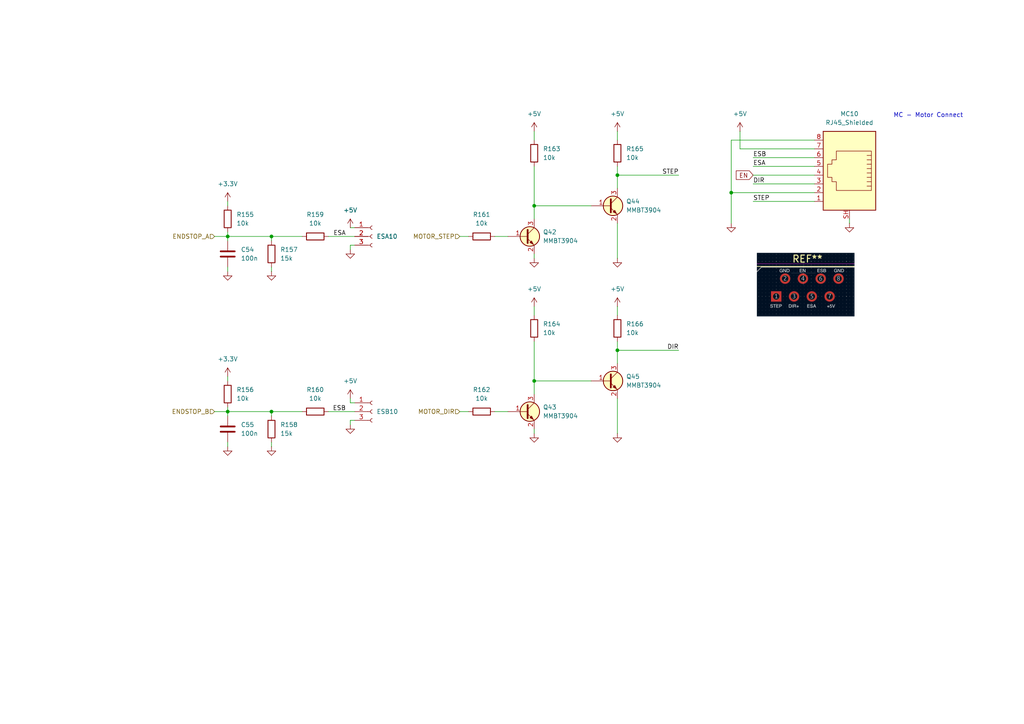
<source format=kicad_sch>
(kicad_sch (version 20250114) (generator "eeschema") (generator_version "9.0")
  (paper "A4")
  (title_block (title "OctopusNode") (comment 1 "Мотор") (comment 2 "Филимонов С.В.") (comment 3 "Семеренко Д.А."))
  (lib_symbols
    (symbol "Connector:Conn_01x03_Socket" (pin_names (offset 1.016) (hide yes))
      (property "Reference" "J" (at 0 5.08 0))
      (property "Value" "Conn_01x03_Socket" (at 0 -5.08 0))
      (symbol "Conn_01x03_Socket_1_1"
        (polyline (pts (xy -1.27 2.54) (xy -0.508 2.54)) (stroke (width 0.1524)))
        (polyline (pts (xy -1.27 0) (xy -0.508 0)) (stroke (width 0.1524)))
        (polyline (pts (xy -1.27 -2.54) (xy -0.508 -2.54)) (stroke (width 0.1524)))
        (arc (start 0 2.032) (mid -0.5058 2.54) (end 0 3.048) (stroke (width 0.1524)))
        (arc (start 0 -0.508) (mid -0.5058 0) (end 0 0.508) (stroke (width 0.1524)))
        (arc (start 0 -3.048) (mid -0.5058 -2.54) (end 0 -2.032) (stroke (width 0.1524)))
        (pin passive line (at -5.08 2.54 0) (length 3.81) (name "Pin_1") (number "1"))
        (pin passive line (at -5.08 0 0) (length 3.81) (name "Pin_2") (number "2"))
        (pin passive line (at -5.08 -2.54 0) (length 3.81) (name "Pin_3") (number "3"))
      )
    )
    (symbol "Connector:RJ45_Shielded" (pin_names (offset 1.016))
      (property "Reference" "J" (at -5.08 13.97 0))
      (property "Value" "RJ45_Shielded" (at 2.54 13.97 0))
      (symbol "RJ45_Shielded_0_1"
        (polyline (pts (xy -6.35 1.905) (xy -5.08 1.905) (xy -5.08 1.905)))
        (polyline (pts (xy -6.35 0.635) (xy -5.08 0.635) (xy -5.08 0.635)))
        (polyline (pts (xy -6.35 -0.635) (xy -5.08 -0.635) (xy -5.08 -0.635)))
        (polyline (pts (xy -6.35 -1.905) (xy -5.08 -1.905) (xy -5.08 -1.905)))
        (polyline (pts (xy -6.35 -3.175) (xy -5.08 -3.175) (xy -5.08 -3.175)))
        (polyline (pts (xy -6.35 -4.445) (xy -6.35 6.985) (xy 3.81 6.985) (xy 3.81 4.445) (xy 5.08 4.445) (xy 5.08 3.175) (xy 6.35 3.175) (xy 6.35 -0.635) (xy 5.08 -0.635) (xy 5.08 -1.905) (xy 3.81 -1.905) (xy 3.81 -4.445) (xy -6.35 -4.445) (xy -6.35 -4.445)))
        (polyline (pts (xy -5.08 5.715) (xy -6.35 5.715)))
        (polyline (pts (xy -5.08 4.445) (xy -6.35 4.445)))
        (polyline (pts (xy -5.08 3.175) (xy -6.35 3.175) (xy -6.35 3.175)))
        (rectangle (start 7.62 12.7) (end -7.62 -10.16) (stroke (width 0.254)) (fill (type background)))
      )
      (symbol "RJ45_Shielded_1_1"
        (pin passive line (at 0 -12.7 90) (length 2.54) (name "~") (number "SH"))
        (pin passive line (at 10.16 10.16 180) (length 2.54) (name "~") (number "8"))
        (pin passive line (at 10.16 7.62 180) (length 2.54) (name "~") (number "7"))
        (pin passive line (at 10.16 5.08 180) (length 2.54) (name "~") (number "6"))
        (pin passive line (at 10.16 2.54 180) (length 2.54) (name "~") (number "5"))
        (pin passive line (at 10.16 0 180) (length 2.54) (name "~") (number "4"))
        (pin passive line (at 10.16 -2.54 180) (length 2.54) (name "~") (number "3"))
        (pin passive line (at 10.16 -5.08 180) (length 2.54) (name "~") (number "2"))
        (pin passive line (at 10.16 -7.62 180) (length 2.54) (name "~") (number "1"))
      )
    )
    (symbol "Device:C" (pin_numbers (hide yes)) (pin_names (offset 0.254))
      (property "Reference" "C" (at 0.635 2.54 0))
      (property "Value" "C" (at 0.635 -2.54 0))
      (symbol "C_0_1"
        (polyline (pts (xy -2.032 0.762) (xy 2.032 0.762)) (stroke (width 0.508)))
        (polyline (pts (xy -2.032 -0.762) (xy 2.032 -0.762)) (stroke (width 0.508)))
      )
      (symbol "C_1_1"
        (pin passive line (at 0 3.81 270) (length 2.794) (name "~") (number "1"))
        (pin passive line (at 0 -3.81 90) (length 2.794) (name "~") (number "2"))
      )
    )
    (symbol "Device:R" (pin_numbers (hide yes)) (pin_names (offset 0))
      (property "Reference" "R" (at 2.032 0 90))
      (property "Value" "R" (at 0 0 90))
      (symbol "R_0_1"
        (rectangle (start -1.016 -2.54) (end 1.016 2.54) (stroke (width 0.254)))
      )
      (symbol "R_1_1"
        (pin passive line (at 0 3.81 270) (length 1.27) (name "~") (number "1"))
        (pin passive line (at 0 -3.81 90) (length 1.27) (name "~") (number "2"))
      )
    )
    (symbol "PCM_Transistor_BJT_AKL:MMBT3904" (pin_names (hide yes))
      (property "Reference" "Q" (at 5.08 1.27 0))
      (property "Value" "MMBT3904" (at 5.08 -1.27 0))
      (symbol "MMBT3904_0_1"
        (polyline (pts (xy 0.635 1.905) (xy 0.635 -1.905) (xy 0.635 -1.905)) (stroke (width 0.508)))
        (polyline (pts (xy 0.635 0.635) (xy 2.54 2.54)))
        (polyline (pts (xy 0.635 -0.635) (xy 2.54 -2.54) (xy 2.54 -2.54)))
        (circle (center 1.27 0) (radius 2.8194) (stroke (width 0.254)) (fill (type background)))
        (polyline (pts (xy 1.27 -1.778) (xy 1.778 -1.27) (xy 2.286 -2.286) (xy 1.27 -1.778) (xy 1.27 -1.778)) (fill (type outline)))
      )
      (symbol "MMBT3904_1_1"
        (pin input line (at -5.08 0 0) (length 5.715) (name "B") (number "1"))
        (pin passive line (at 2.54 5.08 270) (length 2.54) (name "C") (number "3"))
        (pin passive line (at 2.54 -5.08 90) (length 2.54) (name "E") (number "2"))
      )
    )
    (symbol "power:+3.3V" (power) (pin_numbers (hide yes)) (pin_names (offset 0) (hide yes))
      (property "Value" "+3.3V" (at 0 3.556 0))
      (symbol "+3.3V_0_1"
        (polyline (pts (xy -0.762 1.27) (xy 0 2.54)))
        (polyline (pts (xy 0 2.54) (xy 0.762 1.27)))
        (polyline (pts (xy 0 0) (xy 0 2.54)))
      )
      (symbol "+3.3V_1_1"
        (pin power_in line (at 0 0 90) (length 0) (name "~") (number "1"))
      )
    )
    (symbol "power:+5V" (power) (pin_numbers (hide yes)) (pin_names (offset 0) (hide yes))
      (property "Value" "+5V" (at 0 3.556 0))
      (symbol "+5V_0_1"
        (polyline (pts (xy -0.762 1.27) (xy 0 2.54)))
        (polyline (pts (xy 0 2.54) (xy 0.762 1.27)))
        (polyline (pts (xy 0 0) (xy 0 2.54)))
      )
      (symbol "+5V_1_1"
        (pin power_in line (at 0 0 90) (length 0) (name "~") (number "1"))
      )
    )
    (symbol "power:GND" (power) (pin_numbers (hide yes)) (pin_names (offset 0) (hide yes))
      (property "Value" "GND" (at 0 -3.81 0))
      (symbol "GND_0_1"
        (polyline (pts (xy 0 0) (xy 0 -1.27) (xy 1.27 -1.27) (xy 0 -2.54) (xy -1.27 -1.27) (xy 0 -1.27)))
      )
      (symbol "GND_1_1"
        (pin power_in line (at 0 0 270) (length 0) (name "~") (number "1"))
      )
    )
  )
  (text "MC - Motor Connect" (at 269.24 33.528 0) (effects (font (size 1.27 1.27))))
  (junction (at 179.07 101.6))
  (junction (at 78.74 68.58))
  (junction (at 66.04 119.38))
  (junction (at 66.04 68.58))
  (junction (at 179.07 50.8))
  (junction (at 154.94 59.69))
  (junction (at 78.74 119.38))
  (junction (at 212.09 55.88))
  (junction (at 154.94 110.49))
  (wire (pts (xy 66.04 67.31) (xy 66.04 68.58)))
  (wire (pts (xy 66.04 119.38) (xy 78.74 119.38)))
  (wire (pts (xy 66.04 58.42) (xy 66.04 59.69)))
  (wire (pts (xy 133.35 119.38) (xy 135.89 119.38)))
  (wire (pts (xy 66.04 128.27) (xy 66.04 129.54)))
  (wire (pts (xy 78.74 68.58) (xy 78.74 69.85)))
  (wire (pts (xy 246.38 63.5) (xy 246.38 64.77)))
  (wire (pts (xy 212.09 40.64) (xy 236.22 40.64)))
  (wire (pts (xy 154.94 59.69) (xy 154.94 63.5)))
  (wire (pts (xy 143.51 119.38) (xy 147.32 119.38)))
  (wire (pts (xy 154.94 38.1) (xy 154.94 40.64)))
  (wire (pts (xy 179.07 115.57) (xy 179.07 125.73)))
  (wire (pts (xy 78.74 77.47) (xy 78.74 78.74)))
  (wire (pts (xy 179.07 50.8) (xy 179.07 54.61)))
  (wire (pts (xy 66.04 109.22) (xy 66.04 110.49)))
  (wire (pts (xy 236.22 43.18) (xy 214.63 43.18)))
  (wire (pts (xy 154.94 73.66) (xy 154.94 74.93)))
  (wire (pts (xy 78.74 119.38) (xy 78.74 120.65)))
  (wire (pts (xy 154.94 48.26) (xy 154.94 59.69)))
  (wire (pts (xy 218.44 50.8) (xy 236.22 50.8)))
  (wire (pts (xy 154.94 110.49) (xy 154.94 114.3)))
  (wire (pts (xy 154.94 124.46) (xy 154.94 125.73)))
  (wire (pts (xy 101.6 121.92) (xy 102.87 121.92)))
  (wire (pts (xy 218.44 45.72) (xy 236.22 45.72)))
  (wire (pts (xy 179.07 38.1) (xy 179.07 40.64)))
  (wire (pts (xy 179.07 101.6) (xy 196.85 101.6)))
  (wire (pts (xy 101.6 116.84) (xy 102.87 116.84)))
  (wire (pts (xy 66.04 118.11) (xy 66.04 119.38)))
  (wire (pts (xy 179.07 48.26) (xy 179.07 50.8)))
  (wire (pts (xy 101.6 66.04) (xy 102.87 66.04)))
  (wire (pts (xy 78.74 119.38) (xy 87.63 119.38)))
  (wire (pts (xy 179.07 50.8) (xy 196.85 50.8)))
  (wire (pts (xy 95.25 119.38) (xy 102.87 119.38)))
  (wire (pts (xy 171.45 110.49) (xy 154.94 110.49)))
  (wire (pts (xy 214.63 43.18) (xy 214.63 38.1)))
  (wire (pts (xy 179.07 99.06) (xy 179.07 101.6)))
  (wire (pts (xy 66.04 77.47) (xy 66.04 78.74)))
  (wire (pts (xy 154.94 88.9) (xy 154.94 91.44)))
  (wire (pts (xy 66.04 68.58) (xy 66.04 69.85)))
  (wire (pts (xy 66.04 119.38) (xy 66.04 120.65)))
  (wire (pts (xy 179.07 64.77) (xy 179.07 74.93)))
  (wire (pts (xy 218.44 48.26) (xy 236.22 48.26)))
  (wire (pts (xy 78.74 68.58) (xy 87.63 68.58)))
  (wire (pts (xy 101.6 116.84) (xy 101.6 115.57)))
  (wire (pts (xy 62.23 119.38) (xy 66.04 119.38)))
  (wire (pts (xy 212.09 64.77) (xy 212.09 55.88)))
  (wire (pts (xy 78.74 128.27) (xy 78.74 129.54)))
  (wire (pts (xy 179.07 101.6) (xy 179.07 105.41)))
  (wire (pts (xy 154.94 99.06) (xy 154.94 110.49)))
  (wire (pts (xy 212.09 55.88) (xy 212.09 40.64)))
  (wire (pts (xy 66.04 68.58) (xy 78.74 68.58)))
  (wire (pts (xy 133.35 68.58) (xy 135.89 68.58)))
  (wire (pts (xy 143.51 68.58) (xy 147.32 68.58)))
  (wire (pts (xy 218.44 58.42) (xy 236.22 58.42)))
  (wire (pts (xy 179.07 88.9) (xy 179.07 91.44)))
  (wire (pts (xy 101.6 71.12) (xy 102.87 71.12)))
  (wire (pts (xy 101.6 123.19) (xy 101.6 121.92)))
  (wire (pts (xy 171.45 59.69) (xy 154.94 59.69)))
  (wire (pts (xy 62.23 68.58) (xy 66.04 68.58)))
  (wire (pts (xy 218.44 53.34) (xy 236.22 53.34)))
  (wire (pts (xy 212.09 55.88) (xy 236.22 55.88)))
  (wire (pts (xy 95.25 68.58) (xy 102.87 68.58)))
  (wire (pts (xy 101.6 72.39) (xy 101.6 71.12)))
  (image (at 233.68 82.55) (scale 0.248832))
  (label "DIR" (at 196.85 101.6 180))
  (label "ESA" (at 100.33 68.58 180))
  (label "ESB" (at 100.33 119.38 180))
  (label "DIR" (at 218.44 53.34 0))
  (label "ESA" (at 218.44 48.26 0))
  (label "STEP" (at 196.85 50.8 180))
  (label "STEP" (at 218.44 58.42 0))
  (label "ESB" (at 218.44 45.72 0))
  (global_label "EN" (shape input) (at 218.44 50.8 180) (property "Intersheetrefs" "${INTERSHEET_REFS}" (effects (hide yes))))
  (hierarchical_label "MOTOR_DIR" (shape input) (at 133.35 119.38 180))
  (hierarchical_label "ENDSTOP_B" (shape input) (at 62.23 119.38 180))
  (hierarchical_label "ENDSTOP_A" (shape input) (at 62.23 68.58 180))
  (hierarchical_label "MOTOR_STEP" (shape input) (at 133.35 68.58 180))
  (symbol (lib_id "PCM_Transistor_BJT_AKL:MMBT3904") (at 152.4 68.58 0) (unit 1)
    (property "Reference" "Q6" (at 157.48 67.3099 0) (effects (justify left)))
    (property "Value" "MMBT3904" (at 157.48 69.8499 0) (effects (justify left)))
    (property "Footprint" "PCM_4ms_Package_SOT:SOT-23" (effects (hide yes)))
    (property "Datasheet" "https://www.tme.eu/Document/12bff749841e3a356e683e9a8e7e4119/2N3904BU-DTE.pdf" (effects (hide yes)))
    (property "Description" "NPN SOT-23 transistor, 40V, 200mA, 350mW, Complementary to MMBT3906, Alternate KiCAD Library" (effects (hide yes)))
    (instances (project "MasterBoard" (path "" (reference "Q42") (unit 1)) (path "" (reference "Q18") (unit 1)) (path "" (reference "Q38") (unit 1)) (path "" (reference "Q34") (unit 1)) (path "" (reference "Q22") (unit 1)) (path "" (reference "Q10") (unit 1)) (path "" (reference "Q26") (unit 1)) (path "" (reference "Q14") (unit 1)) (path "" (reference "Q30") (unit 1)) (path "" (reference "Q6") (unit 1))))
  )
  (symbol (lib_id "power:+5V") (at 179.07 88.9 0) (unit 1)
    (property "Reference" "#PWR0120" (effects (hide yes)))
    (property "Value" "+5V" (at 179.07 83.82 0))
    (property "Description" "Power symbol creates a global label with name \"+5V\"" (effects (hide yes)))
    (instances (project "MasterBoard" (path "" (reference "#PWR0309") (unit 1)) (path "" (reference "#PWR0183") (unit 1)) (path "" (reference "#PWR0288") (unit 1)) (path "" (reference "#PWR0267") (unit 1)) (path "" (reference "#PWR0204") (unit 1)) (path "" (reference "#PWR0141") (unit 1)) (path "" (reference "#PWR0225") (unit 1)) (path "" (reference "#PWR0162") (unit 1)) (path "" (reference "#PWR0246") (unit 1)) (path "" (reference "#PWR0120") (unit 1))))
  )
  (symbol (lib_id "Device:R") (at 78.74 124.46 180) (unit 1)
    (property "Reference" "R50" (at 81.28 123.1899 0) (effects (justify right)))
    (property "Value" "15k" (at 81.28 125.7299 0) (effects (justify right)))
    (property "Footprint" "Resistor_SMD:R_0805_2012Metric" (effects (hide yes)))
    (property "Description" "Resistor" (effects (hide yes)))
    (instances (project "MasterBoard" (path "" (reference "R158") (unit 1)) (path "" (reference "R86") (unit 1)) (path "" (reference "R146") (unit 1)) (path "" (reference "R134") (unit 1)) (path "" (reference "R98") (unit 1)) (path "" (reference "R62") (unit 1)) (path "" (reference "R110") (unit 1)) (path "" (reference "R74") (unit 1)) (path "" (reference "R122") (unit 1)) (path "" (reference "R50") (unit 1))))
  )
  (symbol (lib_id "power:GND") (at 101.6 72.39 0) (unit 1)
    (property "Reference" "#PWR0111" (effects (hide yes)))
    (property "Value" "GND" (effects (hide yes)))
    (property "Description" "Power symbol creates a global label with name \"GND\" , ground" (effects (hide yes)))
    (instances (project "MasterBoard" (path "" (reference "#PWR0300") (unit 1)) (path "" (reference "#PWR0174") (unit 1)) (path "" (reference "#PWR0279") (unit 1)) (path "" (reference "#PWR0258") (unit 1)) (path "" (reference "#PWR0195") (unit 1)) (path "" (reference "#PWR0132") (unit 1)) (path "" (reference "#PWR0216") (unit 1)) (path "" (reference "#PWR0153") (unit 1)) (path "" (reference "#PWR0237") (unit 1)) (path "" (reference "#PWR0111") (unit 1))))
  )
  (symbol (lib_id "power:+3.3V") (at 66.04 58.42 0) (unit 1)
    (property "Reference" "#PWR0104" (effects (hide yes)))
    (property "Value" "+3.3V" (at 66.04 53.34 0))
    (property "Description" "Power symbol creates a global label with name \"+3.3V\"" (effects (hide yes)))
    (instances (project "MasterBoard" (path "" (reference "#PWR0293") (unit 1)) (path "" (reference "#PWR0167") (unit 1)) (path "" (reference "#PWR0272") (unit 1)) (path "" (reference "#PWR0251") (unit 1)) (path "" (reference "#PWR0188") (unit 1)) (path "" (reference "#PWR0125") (unit 1)) (path "" (reference "#PWR0209") (unit 1)) (path "" (reference "#PWR0146") (unit 1)) (path "" (reference "#PWR0230") (unit 1)) (path "" (reference "#PWR0104") (unit 1))))
  )
  (symbol (lib_id "power:+5V") (at 214.63 38.1 0) (unit 1)
    (property "Reference" "#PWR0123" (effects (hide yes)))
    (property "Value" "+5V" (at 214.63 33.02 0))
    (property "Description" "Power symbol creates a global label with name \"+5V\"" (effects (hide yes)))
    (instances (project "MasterBoard" (path "" (reference "#PWR0312") (unit 1)) (path "" (reference "#PWR0186") (unit 1)) (path "" (reference "#PWR0291") (unit 1)) (path "" (reference "#PWR0270") (unit 1)) (path "" (reference "#PWR0207") (unit 1)) (path "" (reference "#PWR0144") (unit 1)) (path "" (reference "#PWR0228") (unit 1)) (path "" (reference "#PWR0165") (unit 1)) (path "" (reference "#PWR0249") (unit 1)) (path "" (reference "#PWR0123") (unit 1))))
  )
  (symbol (lib_id "power:GND") (at 154.94 74.93 0) (unit 1)
    (property "Reference" "#PWR0115" (effects (hide yes)))
    (property "Value" "GND" (effects (hide yes)))
    (property "Description" "Power symbol creates a global label with name \"GND\" , ground" (effects (hide yes)))
    (instances (project "MasterBoard" (path "" (reference "#PWR0304") (unit 1)) (path "" (reference "#PWR0178") (unit 1)) (path "" (reference "#PWR0283") (unit 1)) (path "" (reference "#PWR0262") (unit 1)) (path "" (reference "#PWR0199") (unit 1)) (path "" (reference "#PWR0136") (unit 1)) (path "" (reference "#PWR0220") (unit 1)) (path "" (reference "#PWR0157") (unit 1)) (path "" (reference "#PWR0241") (unit 1)) (path "" (reference "#PWR0115") (unit 1))))
  )
  (symbol (lib_id "power:+5V") (at 154.94 38.1 0) (unit 1)
    (property "Reference" "#PWR0114" (effects (hide yes)))
    (property "Value" "+5V" (at 154.94 33.02 0))
    (property "Description" "Power symbol creates a global label with name \"+5V\"" (effects (hide yes)))
    (instances (project "MasterBoard" (path "" (reference "#PWR0303") (unit 1)) (path "" (reference "#PWR0177") (unit 1)) (path "" (reference "#PWR0282") (unit 1)) (path "" (reference "#PWR0261") (unit 1)) (path "" (reference "#PWR0198") (unit 1)) (path "" (reference "#PWR0135") (unit 1)) (path "" (reference "#PWR0219") (unit 1)) (path "" (reference "#PWR0156") (unit 1)) (path "" (reference "#PWR0240") (unit 1)) (path "" (reference "#PWR0114") (unit 1))))
  )
  (symbol (lib_id "Device:R") (at 66.04 114.3 180) (unit 1)
    (property "Reference" "R48" (at 68.58 113.0299 0) (effects (justify right)))
    (property "Value" "10k" (at 68.58 115.5699 0) (effects (justify right)))
    (property "Footprint" "Resistor_SMD:R_0805_2012Metric" (effects (hide yes)))
    (property "Description" "Resistor" (effects (hide yes)))
    (instances (project "MasterBoard" (path "" (reference "R156") (unit 1)) (path "" (reference "R84") (unit 1)) (path "" (reference "R144") (unit 1)) (path "" (reference "R132") (unit 1)) (path "" (reference "R96") (unit 1)) (path "" (reference "R60") (unit 1)) (path "" (reference "R108") (unit 1)) (path "" (reference "R72") (unit 1)) (path "" (reference "R120") (unit 1)) (path "" (reference "R48") (unit 1))))
  )
  (symbol (lib_id "Device:R") (at 179.07 44.45 180) (unit 1)
    (property "Reference" "R57" (at 181.61 43.1799 0) (effects (justify right)))
    (property "Value" "10k" (at 181.61 45.7199 0) (effects (justify right)))
    (property "Footprint" "Resistor_SMD:R_0805_2012Metric" (effects (hide yes)))
    (property "Description" "Resistor" (effects (hide yes)))
    (instances (project "MasterBoard" (path "" (reference "R165") (unit 1)) (path "" (reference "R93") (unit 1)) (path "" (reference "R153") (unit 1)) (path "" (reference "R141") (unit 1)) (path "" (reference "R105") (unit 1)) (path "" (reference "R69") (unit 1)) (path "" (reference "R117") (unit 1)) (path "" (reference "R81") (unit 1)) (path "" (reference "R129") (unit 1)) (path "" (reference "R57") (unit 1))))
  )
  (symbol (lib_id "Device:R") (at 78.74 73.66 180) (unit 1)
    (property "Reference" "R49" (at 81.28 72.3899 0) (effects (justify right)))
    (property "Value" "15k" (at 81.28 74.9299 0) (effects (justify right)))
    (property "Footprint" "Resistor_SMD:R_0805_2012Metric" (effects (hide yes)))
    (property "Description" "Resistor" (effects (hide yes)))
    (instances (project "MasterBoard" (path "" (reference "R157") (unit 1)) (path "" (reference "R85") (unit 1)) (path "" (reference "R145") (unit 1)) (path "" (reference "R133") (unit 1)) (path "" (reference "R97") (unit 1)) (path "" (reference "R61") (unit 1)) (path "" (reference "R109") (unit 1)) (path "" (reference "R73") (unit 1)) (path "" (reference "R121") (unit 1)) (path "" (reference "R49") (unit 1))))
  )
  (symbol (lib_id "power:+5V") (at 101.6 66.04 0) (unit 1)
    (property "Reference" "#PWR0110" (effects (hide yes)))
    (property "Value" "+5V" (at 101.6 60.96 0))
    (property "Description" "Power symbol creates a global label with name \"+5V\"" (effects (hide yes)))
    (instances (project "MasterBoard" (path "" (reference "#PWR0299") (unit 1)) (path "" (reference "#PWR0173") (unit 1)) (path "" (reference "#PWR0278") (unit 1)) (path "" (reference "#PWR0257") (unit 1)) (path "" (reference "#PWR0194") (unit 1)) (path "" (reference "#PWR0131") (unit 1)) (path "" (reference "#PWR0215") (unit 1)) (path "" (reference "#PWR0152") (unit 1)) (path "" (reference "#PWR0236") (unit 1)) (path "" (reference "#PWR0110") (unit 1))))
  )
  (symbol (lib_id "Device:R") (at 91.44 68.58 270) (unit 1)
    (property "Reference" "R51" (at 91.44 62.23 90))
    (property "Value" "10k" (at 91.44 64.77 90))
    (property "Footprint" "Resistor_SMD:R_0805_2012Metric" (effects (hide yes)))
    (property "Description" "Resistor" (effects (hide yes)))
    (instances (project "MasterBoard" (path "" (reference "R159") (unit 1)) (path "" (reference "R87") (unit 1)) (path "" (reference "R147") (unit 1)) (path "" (reference "R135") (unit 1)) (path "" (reference "R99") (unit 1)) (path "" (reference "R63") (unit 1)) (path "" (reference "R111") (unit 1)) (path "" (reference "R75") (unit 1)) (path "" (reference "R123") (unit 1)) (path "" (reference "R51") (unit 1))))
  )
  (symbol (lib_id "power:GND") (at 66.04 129.54 0) (unit 1)
    (property "Reference" "#PWR0107" (effects (hide yes)))
    (property "Value" "GND" (effects (hide yes)))
    (property "Description" "Power symbol creates a global label with name \"GND\" , ground" (effects (hide yes)))
    (instances (project "MasterBoard" (path "" (reference "#PWR0296") (unit 1)) (path "" (reference "#PWR0170") (unit 1)) (path "" (reference "#PWR0275") (unit 1)) (path "" (reference "#PWR0254") (unit 1)) (path "" (reference "#PWR0191") (unit 1)) (path "" (reference "#PWR0128") (unit 1)) (path "" (reference "#PWR0212") (unit 1)) (path "" (reference "#PWR0149") (unit 1)) (path "" (reference "#PWR0233") (unit 1)) (path "" (reference "#PWR0107") (unit 1))))
  )
  (symbol (lib_id "Device:C") (at 66.04 124.46 0) (unit 1)
    (property "Reference" "C37" (at 69.85 123.1899 0) (effects (justify left)))
    (property "Value" "100n" (at 69.85 125.7299 0) (effects (justify left)))
    (property "Footprint" "Capacitor_SMD:C_0805_2012Metric" (effects (hide yes)))
    (property "Description" "Unpolarized capacitor" (effects (hide yes)))
    (instances (project "MasterBoard" (path "" (reference "C55") (unit 1)) (path "" (reference "C43") (unit 1)) (path "" (reference "C53") (unit 1)) (path "" (reference "C51") (unit 1)) (path "" (reference "C45") (unit 1)) (path "" (reference "C39") (unit 1)) (path "" (reference "C47") (unit 1)) (path "" (reference "C41") (unit 1)) (path "" (reference "C49") (unit 1)) (path "" (reference "C37") (unit 1))))
  )
  (symbol (lib_id "Connector:Conn_01x03_Socket") (at 107.95 119.38 0) (unit 1)
    (property "Reference" "ESB1" (at 109.22 119.38 0) (effects (justify left)))
    (property "Value" "ESB" (effects (hide yes)))
    (property "Footprint" "Connector_JST:JST_PH_B3B-PH-K_1x03_P2.00mm_Vertical" (effects (hide yes)))
    (property "Description" "Generic connector, single row, 01x03, script generated" (effects (hide yes)))
    (instances (project "MasterBoard" (path "" (reference "ESB10") (unit 1)) (path "" (reference "ESB4") (unit 1)) (path "" (reference "ESB9") (unit 1)) (path "" (reference "ESB8") (unit 1)) (path "" (reference "ESB5") (unit 1)) (path "" (reference "ESB2") (unit 1)) (path "" (reference "ESB6") (unit 1)) (path "" (reference "ESB3") (unit 1)) (path "" (reference "ESB7") (unit 1)) (path "" (reference "ESB1") (unit 1))))
  )
  (symbol (lib_id "Device:R") (at 139.7 119.38 270) (unit 1)
    (property "Reference" "R54" (at 139.7 113.03 90))
    (property "Value" "10k" (at 139.7 115.57 90))
    (property "Footprint" "Resistor_SMD:R_0805_2012Metric" (effects (hide yes)))
    (property "Description" "Resistor" (effects (hide yes)))
    (instances (project "MasterBoard" (path "" (reference "R162") (unit 1)) (path "" (reference "R90") (unit 1)) (path "" (reference "R150") (unit 1)) (path "" (reference "R138") (unit 1)) (path "" (reference "R102") (unit 1)) (path "" (reference "R66") (unit 1)) (path "" (reference "R114") (unit 1)) (path "" (reference "R78") (unit 1)) (path "" (reference "R126") (unit 1)) (path "" (reference "R54") (unit 1))))
  )
  (symbol (lib_id "power:+3.3V") (at 66.04 109.22 0) (unit 1)
    (property "Reference" "#PWR0106" (effects (hide yes)))
    (property "Value" "+3.3V" (at 66.04 104.14 0))
    (property "Description" "Power symbol creates a global label with name \"+3.3V\"" (effects (hide yes)))
    (instances (project "MasterBoard" (path "" (reference "#PWR0295") (unit 1)) (path "" (reference "#PWR0169") (unit 1)) (path "" (reference "#PWR0274") (unit 1)) (path "" (reference "#PWR0253") (unit 1)) (path "" (reference "#PWR0190") (unit 1)) (path "" (reference "#PWR0127") (unit 1)) (path "" (reference "#PWR0211") (unit 1)) (path "" (reference "#PWR0148") (unit 1)) (path "" (reference "#PWR0232") (unit 1)) (path "" (reference "#PWR0106") (unit 1))))
  )
  (symbol (lib_id "power:GND") (at 179.07 74.93 0) (unit 1)
    (property "Reference" "#PWR0119" (effects (hide yes)))
    (property "Value" "GND" (effects (hide yes)))
    (property "Description" "Power symbol creates a global label with name \"GND\" , ground" (effects (hide yes)))
    (instances (project "MasterBoard" (path "" (reference "#PWR0308") (unit 1)) (path "" (reference "#PWR0182") (unit 1)) (path "" (reference "#PWR0287") (unit 1)) (path "" (reference "#PWR0266") (unit 1)) (path "" (reference "#PWR0203") (unit 1)) (path "" (reference "#PWR0140") (unit 1)) (path "" (reference "#PWR0224") (unit 1)) (path "" (reference "#PWR0161") (unit 1)) (path "" (reference "#PWR0245") (unit 1)) (path "" (reference "#PWR0119") (unit 1))))
  )
  (symbol (lib_id "Connector:Conn_01x03_Socket") (at 107.95 68.58 0) (unit 1)
    (property "Reference" "ESA1" (at 109.22 68.58 0) (effects (justify left)))
    (property "Value" "ESA" (effects (hide yes)))
    (property "Footprint" "Connector_JST:JST_PH_B3B-PH-K_1x03_P2.00mm_Vertical" (effects (hide yes)))
    (property "Description" "Generic connector, single row, 01x03, script generated" (effects (hide yes)))
    (instances (project "" (path "" (reference "ESA10") (unit 1)) (path "" (reference "ESA4") (unit 1)) (path "" (reference "ESA9") (unit 1)) (path "" (reference "ESA8") (unit 1)) (path "" (reference "ESA5") (unit 1)) (path "" (reference "ESA2") (unit 1)) (path "" (reference "ESA6") (unit 1)) (path "" (reference "ESA3") (unit 1)) (path "" (reference "ESA7") (unit 1)) (path "" (reference "ESA1") (unit 1))))
  )
  (symbol (lib_id "Device:R") (at 91.44 119.38 270) (unit 1)
    (property "Reference" "R52" (at 91.44 113.03 90))
    (property "Value" "10k" (at 91.44 115.57 90))
    (property "Footprint" "Resistor_SMD:R_0805_2012Metric" (effects (hide yes)))
    (property "Description" "Resistor" (effects (hide yes)))
    (instances (project "MasterBoard" (path "" (reference "R160") (unit 1)) (path "" (reference "R88") (unit 1)) (path "" (reference "R148") (unit 1)) (path "" (reference "R136") (unit 1)) (path "" (reference "R100") (unit 1)) (path "" (reference "R64") (unit 1)) (path "" (reference "R112") (unit 1)) (path "" (reference "R76") (unit 1)) (path "" (reference "R124") (unit 1)) (path "" (reference "R52") (unit 1))))
  )
  (symbol (lib_id "Device:C") (at 66.04 73.66 0) (unit 1)
    (property "Reference" "C36" (at 69.85 72.3899 0) (effects (justify left)))
    (property "Value" "100n" (at 69.85 74.9299 0) (effects (justify left)))
    (property "Footprint" "Capacitor_SMD:C_0805_2012Metric" (effects (hide yes)))
    (property "Description" "Unpolarized capacitor" (effects (hide yes)))
    (instances (project "MasterBoard" (path "" (reference "C54") (unit 1)) (path "" (reference "C42") (unit 1)) (path "" (reference "C52") (unit 1)) (path "" (reference "C50") (unit 1)) (path "" (reference "C44") (unit 1)) (path "" (reference "C38") (unit 1)) (path "" (reference "C46") (unit 1)) (path "" (reference "C40") (unit 1)) (path "" (reference "C48") (unit 1)) (path "" (reference "C36") (unit 1))))
  )
  (symbol (lib_id "PCM_Transistor_BJT_AKL:MMBT3904") (at 176.53 59.69 0) (unit 1)
    (property "Reference" "Q8" (at 181.61 58.4199 0) (effects (justify left)))
    (property "Value" "MMBT3904" (at 181.61 60.9599 0) (effects (justify left)))
    (property "Footprint" "PCM_4ms_Package_SOT:SOT-23" (effects (hide yes)))
    (property "Datasheet" "https://www.tme.eu/Document/12bff749841e3a356e683e9a8e7e4119/2N3904BU-DTE.pdf" (effects (hide yes)))
    (property "Description" "NPN SOT-23 transistor, 40V, 200mA, 350mW, Complementary to MMBT3906, Alternate KiCAD Library" (effects (hide yes)))
    (instances (project "MasterBoard" (path "" (reference "Q44") (unit 1)) (path "" (reference "Q20") (unit 1)) (path "" (reference "Q40") (unit 1)) (path "" (reference "Q36") (unit 1)) (path "" (reference "Q24") (unit 1)) (path "" (reference "Q12") (unit 1)) (path "" (reference "Q28") (unit 1)) (path "" (reference "Q16") (unit 1)) (path "" (reference "Q32") (unit 1)) (path "" (reference "Q8") (unit 1))))
  )
  (symbol (lib_id "power:GND") (at 78.74 78.74 0) (unit 1)
    (property "Reference" "#PWR0108" (effects (hide yes)))
    (property "Value" "GND" (effects (hide yes)))
    (property "Description" "Power symbol creates a global label with name \"GND\" , ground" (effects (hide yes)))
    (instances (project "MasterBoard" (path "" (reference "#PWR0297") (unit 1)) (path "" (reference "#PWR0171") (unit 1)) (path "" (reference "#PWR0276") (unit 1)) (path "" (reference "#PWR0255") (unit 1)) (path "" (reference "#PWR0192") (unit 1)) (path "" (reference "#PWR0129") (unit 1)) (path "" (reference "#PWR0213") (unit 1)) (path "" (reference "#PWR0150") (unit 1)) (path "" (reference "#PWR0234") (unit 1)) (path "" (reference "#PWR0108") (unit 1))))
  )
  (symbol (lib_id "power:GND") (at 66.04 78.74 0) (unit 1)
    (property "Reference" "#PWR0105" (effects (hide yes)))
    (property "Value" "GND" (effects (hide yes)))
    (property "Description" "Power symbol creates a global label with name \"GND\" , ground" (effects (hide yes)))
    (instances (project "MasterBoard" (path "" (reference "#PWR0294") (unit 1)) (path "" (reference "#PWR0168") (unit 1)) (path "" (reference "#PWR0273") (unit 1)) (path "" (reference "#PWR0252") (unit 1)) (path "" (reference "#PWR0189") (unit 1)) (path "" (reference "#PWR0126") (unit 1)) (path "" (reference "#PWR0210") (unit 1)) (path "" (reference "#PWR0147") (unit 1)) (path "" (reference "#PWR0231") (unit 1)) (path "" (reference "#PWR0105") (unit 1))))
  )
  (symbol (lib_id "power:GND") (at 212.09 64.77 0) (unit 1)
    (property "Reference" "#PWR0122" (effects (hide yes)))
    (property "Value" "GND" (effects (hide yes)))
    (property "Description" "Power symbol creates a global label with name \"GND\" , ground" (effects (hide yes)))
    (instances (project "MasterBoard" (path "" (reference "#PWR0311") (unit 1)) (path "" (reference "#PWR0185") (unit 1)) (path "" (reference "#PWR0290") (unit 1)) (path "" (reference "#PWR0269") (unit 1)) (path "" (reference "#PWR0206") (unit 1)) (path "" (reference "#PWR0143") (unit 1)) (path "" (reference "#PWR0227") (unit 1)) (path "" (reference "#PWR0164") (unit 1)) (path "" (reference "#PWR0248") (unit 1)) (path "" (reference "#PWR0122") (unit 1))))
  )
  (symbol (lib_id "power:GND") (at 154.94 125.73 0) (unit 1)
    (property "Reference" "#PWR0117" (effects (hide yes)))
    (property "Value" "GND" (effects (hide yes)))
    (property "Description" "Power symbol creates a global label with name \"GND\" , ground" (effects (hide yes)))
    (instances (project "MasterBoard" (path "" (reference "#PWR0306") (unit 1)) (path "" (reference "#PWR0180") (unit 1)) (path "" (reference "#PWR0285") (unit 1)) (path "" (reference "#PWR0264") (unit 1)) (path "" (reference "#PWR0201") (unit 1)) (path "" (reference "#PWR0138") (unit 1)) (path "" (reference "#PWR0222") (unit 1)) (path "" (reference "#PWR0159") (unit 1)) (path "" (reference "#PWR0243") (unit 1)) (path "" (reference "#PWR0117") (unit 1))))
  )
  (symbol (lib_id "power:+5V") (at 101.6 115.57 0) (unit 1)
    (property "Reference" "#PWR0112" (effects (hide yes)))
    (property "Value" "+5V" (at 101.6 110.49 0))
    (property "Description" "Power symbol creates a global label with name \"+5V\"" (effects (hide yes)))
    (instances (project "MasterBoard" (path "" (reference "#PWR0301") (unit 1)) (path "" (reference "#PWR0175") (unit 1)) (path "" (reference "#PWR0280") (unit 1)) (path "" (reference "#PWR0259") (unit 1)) (path "" (reference "#PWR0196") (unit 1)) (path "" (reference "#PWR0133") (unit 1)) (path "" (reference "#PWR0217") (unit 1)) (path "" (reference "#PWR0154") (unit 1)) (path "" (reference "#PWR0238") (unit 1)) (path "" (reference "#PWR0112") (unit 1))))
  )
  (symbol (lib_id "Connector:RJ45_Shielded") (at 246.38 50.8 0) (mirror y) (unit 1)
    (property "Reference" "MC1" (at 246.38 33.02 0))
    (property "Value" "RJ45_Shielded" (at 246.38 35.56 0))
    (property "Footprint" "Connector_RJ:RJ45_Ninigi_GE" (effects (hide yes)))
    (property "Description" "RJ connector, 8P8C (8 positions 8 connected), Shielded" (effects (hide yes)))
    (instances (project "MasterBoard" (path "" (reference "MC10") (unit 1)) (path "" (reference "MC4") (unit 1)) (path "" (reference "MC9") (unit 1)) (path "" (reference "MC8") (unit 1)) (path "" (reference "MC5") (unit 1)) (path "" (reference "MC2") (unit 1)) (path "" (reference "MC6") (unit 1)) (path "" (reference "MC3") (unit 1)) (path "" (reference "MC7") (unit 1)) (path "" (reference "MC1") (unit 1))))
  )
  (symbol (lib_id "Device:R") (at 66.04 63.5 180) (unit 1)
    (property "Reference" "R47" (at 68.58 62.2299 0) (effects (justify right)))
    (property "Value" "10k" (at 68.58 64.7699 0) (effects (justify right)))
    (property "Footprint" "Resistor_SMD:R_0805_2012Metric" (effects (hide yes)))
    (property "Description" "Resistor" (effects (hide yes)))
    (instances (project "MasterBoard" (path "" (reference "R155") (unit 1)) (path "" (reference "R83") (unit 1)) (path "" (reference "R143") (unit 1)) (path "" (reference "R131") (unit 1)) (path "" (reference "R95") (unit 1)) (path "" (reference "R59") (unit 1)) (path "" (reference "R107") (unit 1)) (path "" (reference "R71") (unit 1)) (path "" (reference "R119") (unit 1)) (path "" (reference "R47") (unit 1))))
  )
  (symbol (lib_id "PCM_Transistor_BJT_AKL:MMBT3904") (at 152.4 119.38 0) (unit 1)
    (property "Reference" "Q7" (at 157.48 118.1099 0) (effects (justify left)))
    (property "Value" "MMBT3904" (at 157.48 120.6499 0) (effects (justify left)))
    (property "Footprint" "PCM_4ms_Package_SOT:SOT-23" (effects (hide yes)))
    (property "Datasheet" "https://www.tme.eu/Document/12bff749841e3a356e683e9a8e7e4119/2N3904BU-DTE.pdf" (effects (hide yes)))
    (property "Description" "NPN SOT-23 transistor, 40V, 200mA, 350mW, Complementary to MMBT3906, Alternate KiCAD Library" (effects (hide yes)))
    (instances (project "MasterBoard" (path "" (reference "Q43") (unit 1)) (path "" (reference "Q19") (unit 1)) (path "" (reference "Q39") (unit 1)) (path "" (reference "Q35") (unit 1)) (path "" (reference "Q23") (unit 1)) (path "" (reference "Q11") (unit 1)) (path "" (reference "Q27") (unit 1)) (path "" (reference "Q15") (unit 1)) (path "" (reference "Q31") (unit 1)) (path "" (reference "Q7") (unit 1))))
  )
  (symbol (lib_id "power:+5V") (at 179.07 38.1 0) (unit 1)
    (property "Reference" "#PWR0118" (effects (hide yes)))
    (property "Value" "+5V" (at 179.07 33.02 0))
    (property "Description" "Power symbol creates a global label with name \"+5V\"" (effects (hide yes)))
    (instances (project "MasterBoard" (path "" (reference "#PWR0307") (unit 1)) (path "" (reference "#PWR0181") (unit 1)) (path "" (reference "#PWR0286") (unit 1)) (path "" (reference "#PWR0265") (unit 1)) (path "" (reference "#PWR0202") (unit 1)) (path "" (reference "#PWR0139") (unit 1)) (path "" (reference "#PWR0223") (unit 1)) (path "" (reference "#PWR0160") (unit 1)) (path "" (reference "#PWR0244") (unit 1)) (path "" (reference "#PWR0118") (unit 1))))
  )
  (symbol (lib_id "Device:R") (at 179.07 95.25 180) (unit 1)
    (property "Reference" "R58" (at 181.61 93.9799 0) (effects (justify right)))
    (property "Value" "10k" (at 181.61 96.5199 0) (effects (justify right)))
    (property "Footprint" "Resistor_SMD:R_0805_2012Metric" (effects (hide yes)))
    (property "Description" "Resistor" (effects (hide yes)))
    (instances (project "MasterBoard" (path "" (reference "R166") (unit 1)) (path "" (reference "R94") (unit 1)) (path "" (reference "R154") (unit 1)) (path "" (reference "R142") (unit 1)) (path "" (reference "R106") (unit 1)) (path "" (reference "R70") (unit 1)) (path "" (reference "R118") (unit 1)) (path "" (reference "R82") (unit 1)) (path "" (reference "R130") (unit 1)) (path "" (reference "R58") (unit 1))))
  )
  (symbol (lib_id "power:+5V") (at 154.94 88.9 0) (unit 1)
    (property "Reference" "#PWR0116" (effects (hide yes)))
    (property "Value" "+5V" (at 154.94 83.82 0))
    (property "Description" "Power symbol creates a global label with name \"+5V\"" (effects (hide yes)))
    (instances (project "MasterBoard" (path "" (reference "#PWR0305") (unit 1)) (path "" (reference "#PWR0179") (unit 1)) (path "" (reference "#PWR0284") (unit 1)) (path "" (reference "#PWR0263") (unit 1)) (path "" (reference "#PWR0200") (unit 1)) (path "" (reference "#PWR0137") (unit 1)) (path "" (reference "#PWR0221") (unit 1)) (path "" (reference "#PWR0158") (unit 1)) (path "" (reference "#PWR0242") (unit 1)) (path "" (reference "#PWR0116") (unit 1))))
  )
  (symbol (lib_id "power:GND") (at 78.74 129.54 0) (unit 1)
    (property "Reference" "#PWR0109" (effects (hide yes)))
    (property "Value" "GND" (effects (hide yes)))
    (property "Description" "Power symbol creates a global label with name \"GND\" , ground" (effects (hide yes)))
    (instances (project "MasterBoard" (path "" (reference "#PWR0298") (unit 1)) (path "" (reference "#PWR0172") (unit 1)) (path "" (reference "#PWR0277") (unit 1)) (path "" (reference "#PWR0256") (unit 1)) (path "" (reference "#PWR0193") (unit 1)) (path "" (reference "#PWR0130") (unit 1)) (path "" (reference "#PWR0214") (unit 1)) (path "" (reference "#PWR0151") (unit 1)) (path "" (reference "#PWR0235") (unit 1)) (path "" (reference "#PWR0109") (unit 1))))
  )
  (symbol (lib_id "power:GND") (at 246.38 64.77 0) (unit 1)
    (property "Reference" "#PWR0124" (effects (hide yes)))
    (property "Value" "GND" (effects (hide yes)))
    (property "Description" "Power symbol creates a global label with name \"GND\" , ground" (effects (hide yes)))
    (instances (project "MasterBoard" (path "" (reference "#PWR0313") (unit 1)) (path "" (reference "#PWR0187") (unit 1)) (path "" (reference "#PWR0292") (unit 1)) (path "" (reference "#PWR0271") (unit 1)) (path "" (reference "#PWR0208") (unit 1)) (path "" (reference "#PWR0145") (unit 1)) (path "" (reference "#PWR0229") (unit 1)) (path "" (reference "#PWR0166") (unit 1)) (path "" (reference "#PWR0250") (unit 1)) (path "" (reference "#PWR0124") (unit 1))))
  )
  (symbol (lib_id "power:GND") (at 179.07 125.73 0) (unit 1)
    (property "Reference" "#PWR0121" (effects (hide yes)))
    (property "Value" "GND" (effects (hide yes)))
    (property "Description" "Power symbol creates a global label with name \"GND\" , ground" (effects (hide yes)))
    (instances (project "MasterBoard" (path "" (reference "#PWR0310") (unit 1)) (path "" (reference "#PWR0184") (unit 1)) (path "" (reference "#PWR0289") (unit 1)) (path "" (reference "#PWR0268") (unit 1)) (path "" (reference "#PWR0205") (unit 1)) (path "" (reference "#PWR0142") (unit 1)) (path "" (reference "#PWR0226") (unit 1)) (path "" (reference "#PWR0163") (unit 1)) (path "" (reference "#PWR0247") (unit 1)) (path "" (reference "#PWR0121") (unit 1))))
  )
  (symbol (lib_id "power:GND") (at 101.6 123.19 0) (unit 1)
    (property "Reference" "#PWR0113" (effects (hide yes)))
    (property "Value" "GND" (effects (hide yes)))
    (property "Description" "Power symbol creates a global label with name \"GND\" , ground" (effects (hide yes)))
    (instances (project "MasterBoard" (path "" (reference "#PWR0302") (unit 1)) (path "" (reference "#PWR0176") (unit 1)) (path "" (reference "#PWR0281") (unit 1)) (path "" (reference "#PWR0260") (unit 1)) (path "" (reference "#PWR0197") (unit 1)) (path "" (reference "#PWR0134") (unit 1)) (path "" (reference "#PWR0218") (unit 1)) (path "" (reference "#PWR0155") (unit 1)) (path "" (reference "#PWR0239") (unit 1)) (path "" (reference "#PWR0113") (unit 1))))
  )
  (symbol (lib_id "PCM_Transistor_BJT_AKL:MMBT3904") (at 176.53 110.49 0) (unit 1)
    (property "Reference" "Q9" (at 181.61 109.2199 0) (effects (justify left)))
    (property "Value" "MMBT3904" (at 181.61 111.7599 0) (effects (justify left)))
    (property "Footprint" "PCM_4ms_Package_SOT:SOT-23" (effects (hide yes)))
    (property "Datasheet" "https://www.tme.eu/Document/12bff749841e3a356e683e9a8e7e4119/2N3904BU-DTE.pdf" (effects (hide yes)))
    (property "Description" "NPN SOT-23 transistor, 40V, 200mA, 350mW, Complementary to MMBT3906, Alternate KiCAD Library" (effects (hide yes)))
    (instances (project "MasterBoard" (path "" (reference "Q45") (unit 1)) (path "" (reference "Q21") (unit 1)) (path "" (reference "Q41") (unit 1)) (path "" (reference "Q37") (unit 1)) (path "" (reference "Q25") (unit 1)) (path "" (reference "Q13") (unit 1)) (path "" (reference "Q29") (unit 1)) (path "" (reference "Q17") (unit 1)) (path "" (reference "Q33") (unit 1)) (path "" (reference "Q9") (unit 1))))
  )
  (symbol (lib_id "Device:R") (at 154.94 44.45 180) (unit 1)
    (property "Reference" "R55" (at 157.48 43.1799 0) (effects (justify right)))
    (property "Value" "10k" (at 157.48 45.7199 0) (effects (justify right)))
    (property "Footprint" "Resistor_SMD:R_0805_2012Metric" (effects (hide yes)))
    (property "Description" "Resistor" (effects (hide yes)))
    (instances (project "MasterBoard" (path "" (reference "R163") (unit 1)) (path "" (reference "R91") (unit 1)) (path "" (reference "R151") (unit 1)) (path "" (reference "R139") (unit 1)) (path "" (reference "R103") (unit 1)) (path "" (reference "R67") (unit 1)) (path "" (reference "R115") (unit 1)) (path "" (reference "R79") (unit 1)) (path "" (reference "R127") (unit 1)) (path "" (reference "R55") (unit 1))))
  )
  (symbol (lib_id "Device:R") (at 154.94 95.25 180) (unit 1)
    (property "Reference" "R56" (at 157.48 93.9799 0) (effects (justify right)))
    (property "Value" "10k" (at 157.48 96.5199 0) (effects (justify right)))
    (property "Footprint" "Resistor_SMD:R_0805_2012Metric" (effects (hide yes)))
    (property "Description" "Resistor" (effects (hide yes)))
    (instances (project "MasterBoard" (path "" (reference "R164") (unit 1)) (path "" (reference "R92") (unit 1)) (path "" (reference "R152") (unit 1)) (path "" (reference "R140") (unit 1)) (path "" (reference "R104") (unit 1)) (path "" (reference "R68") (unit 1)) (path "" (reference "R116") (unit 1)) (path "" (reference "R80") (unit 1)) (path "" (reference "R128") (unit 1)) (path "" (reference "R56") (unit 1))))
  )
  (symbol (lib_id "Device:R") (at 139.7 68.58 270) (unit 1)
    (property "Reference" "R53" (at 139.7 62.23 90))
    (property "Value" "10k" (at 139.7 64.77 90))
    (property "Footprint" "Resistor_SMD:R_0805_2012Metric" (effects (hide yes)))
    (property "Description" "Resistor" (effects (hide yes)))
    (instances (project "MasterBoard" (path "" (reference "R161") (unit 1)) (path "" (reference "R89") (unit 1)) (path "" (reference "R149") (unit 1)) (path "" (reference "R137") (unit 1)) (path "" (reference "R101") (unit 1)) (path "" (reference "R65") (unit 1)) (path "" (reference "R113") (unit 1)) (path "" (reference "R77") (unit 1)) (path "" (reference "R125") (unit 1)) (path "" (reference "R53") (unit 1))))
  )
)
</source>
